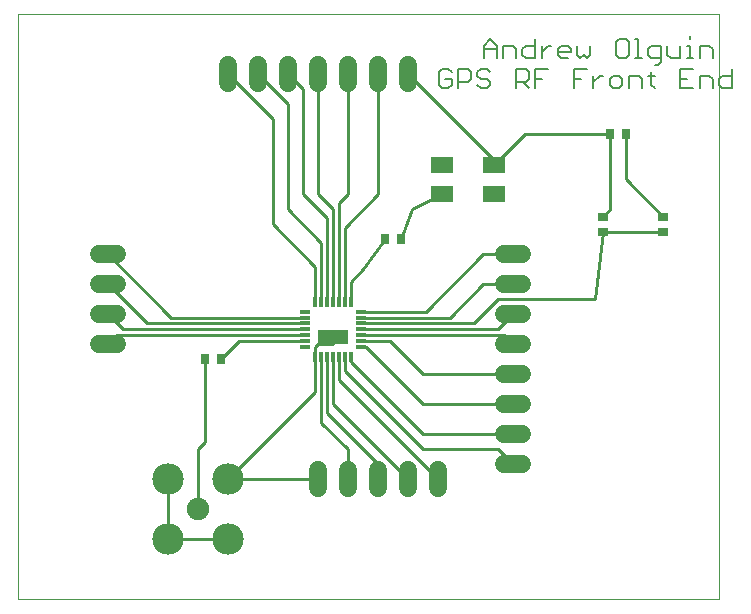
<source format=gtl>
G75*
%MOIN*%
%OFA0B0*%
%FSLAX25Y25*%
%IPPOS*%
%LPD*%
%AMOC8*
5,1,8,0,0,1.08239X$1,22.5*
%
%ADD10C,0.00000*%
%ADD11C,0.00600*%
%ADD12R,0.03543X0.02756*%
%ADD13R,0.02756X0.03543*%
%ADD14R,0.07480X0.05512*%
%ADD15C,0.06000*%
%ADD16R,0.03740X0.01181*%
%ADD17R,0.01181X0.03740*%
%ADD18R,0.10000X0.05000*%
%ADD19C,0.07500*%
%ADD20C,0.10500*%
%ADD21C,0.01000*%
D10*
X0001000Y0017069D02*
X0001000Y0212030D01*
X0234701Y0212030D01*
X0234701Y0017069D01*
X0001000Y0017069D01*
D11*
X0142368Y0187369D02*
X0144503Y0187369D01*
X0145570Y0188437D01*
X0145570Y0190572D01*
X0143435Y0190572D01*
X0141300Y0188437D02*
X0142368Y0187369D01*
X0141300Y0188437D02*
X0141300Y0192707D01*
X0142368Y0193775D01*
X0144503Y0193775D01*
X0145570Y0192707D01*
X0147745Y0193775D02*
X0150948Y0193775D01*
X0152016Y0192707D01*
X0152016Y0190572D01*
X0150948Y0189504D01*
X0147745Y0189504D01*
X0147745Y0187369D02*
X0147745Y0193775D01*
X0154191Y0192707D02*
X0154191Y0191640D01*
X0155259Y0190572D01*
X0157394Y0190572D01*
X0158461Y0189504D01*
X0158461Y0188437D01*
X0157394Y0187369D01*
X0155259Y0187369D01*
X0154191Y0188437D01*
X0154191Y0192707D02*
X0155259Y0193775D01*
X0157394Y0193775D01*
X0158461Y0192707D01*
X0160570Y0197369D02*
X0160570Y0201640D01*
X0158435Y0203775D01*
X0156300Y0201640D01*
X0156300Y0197369D01*
X0156300Y0200572D02*
X0160570Y0200572D01*
X0162745Y0201640D02*
X0165948Y0201640D01*
X0167016Y0200572D01*
X0167016Y0197369D01*
X0169191Y0198437D02*
X0169191Y0200572D01*
X0170259Y0201640D01*
X0173461Y0201640D01*
X0173461Y0203775D02*
X0173461Y0197369D01*
X0170259Y0197369D01*
X0169191Y0198437D01*
X0175636Y0199504D02*
X0177772Y0201640D01*
X0178839Y0201640D01*
X0181008Y0200572D02*
X0181008Y0198437D01*
X0182075Y0197369D01*
X0184210Y0197369D01*
X0185278Y0199504D02*
X0181008Y0199504D01*
X0181008Y0200572D02*
X0182075Y0201640D01*
X0184210Y0201640D01*
X0185278Y0200572D01*
X0185278Y0199504D01*
X0187453Y0198437D02*
X0187453Y0201640D01*
X0187453Y0198437D02*
X0188521Y0197369D01*
X0189588Y0198437D01*
X0190656Y0197369D01*
X0191724Y0198437D01*
X0191724Y0201640D01*
X0190689Y0193775D02*
X0186418Y0193775D01*
X0186418Y0187369D01*
X0186418Y0190572D02*
X0188554Y0190572D01*
X0192864Y0189504D02*
X0194999Y0191640D01*
X0196067Y0191640D01*
X0198235Y0190572D02*
X0198235Y0188437D01*
X0199303Y0187369D01*
X0201438Y0187369D01*
X0202506Y0188437D01*
X0202506Y0190572D01*
X0201438Y0191640D01*
X0199303Y0191640D01*
X0198235Y0190572D01*
X0204681Y0191640D02*
X0204681Y0187369D01*
X0208951Y0187369D02*
X0208951Y0190572D01*
X0207883Y0191640D01*
X0204681Y0191640D01*
X0203547Y0197369D02*
X0201412Y0197369D01*
X0200344Y0198437D01*
X0200344Y0202707D01*
X0201412Y0203775D01*
X0203547Y0203775D01*
X0204615Y0202707D01*
X0204615Y0198437D01*
X0203547Y0197369D01*
X0206790Y0197369D02*
X0208925Y0197369D01*
X0207857Y0197369D02*
X0207857Y0203775D01*
X0206790Y0203775D01*
X0211087Y0200572D02*
X0211087Y0198437D01*
X0212154Y0197369D01*
X0215357Y0197369D01*
X0215357Y0196302D02*
X0215357Y0201640D01*
X0212154Y0201640D01*
X0211087Y0200572D01*
X0215357Y0196302D02*
X0214289Y0195234D01*
X0213222Y0195234D01*
X0212194Y0192707D02*
X0212194Y0188437D01*
X0213261Y0187369D01*
X0213261Y0191640D02*
X0211126Y0191640D01*
X0217532Y0198437D02*
X0218600Y0197369D01*
X0221803Y0197369D01*
X0221803Y0201640D01*
X0223978Y0201640D02*
X0225045Y0201640D01*
X0225045Y0197369D01*
X0223978Y0197369D02*
X0226113Y0197369D01*
X0228275Y0197369D02*
X0228275Y0201640D01*
X0231477Y0201640D01*
X0232545Y0200572D01*
X0232545Y0197369D01*
X0239030Y0193775D02*
X0239030Y0187369D01*
X0235827Y0187369D01*
X0234760Y0188437D01*
X0234760Y0190572D01*
X0235827Y0191640D01*
X0239030Y0191640D01*
X0232585Y0190572D02*
X0232585Y0187369D01*
X0232585Y0190572D02*
X0231517Y0191640D01*
X0228314Y0191640D01*
X0228314Y0187369D01*
X0226139Y0187369D02*
X0221869Y0187369D01*
X0221869Y0193775D01*
X0226139Y0193775D01*
X0224004Y0190572D02*
X0221869Y0190572D01*
X0217532Y0198437D02*
X0217532Y0201640D01*
X0225045Y0203775D02*
X0225045Y0204842D01*
X0192864Y0191640D02*
X0192864Y0187369D01*
X0177798Y0193775D02*
X0173527Y0193775D01*
X0173527Y0187369D01*
X0171352Y0187369D02*
X0169217Y0189504D01*
X0170285Y0189504D02*
X0167082Y0189504D01*
X0167082Y0187369D02*
X0167082Y0193775D01*
X0170285Y0193775D01*
X0171352Y0192707D01*
X0171352Y0190572D01*
X0170285Y0189504D01*
X0173527Y0190572D02*
X0175663Y0190572D01*
X0175636Y0197369D02*
X0175636Y0201640D01*
X0162745Y0201640D02*
X0162745Y0197369D01*
D12*
X0196000Y0144628D03*
X0196000Y0139510D03*
X0216000Y0139510D03*
X0216000Y0144628D03*
D13*
X0203559Y0172069D03*
X0198441Y0172069D03*
X0128559Y0137069D03*
X0123441Y0137069D03*
X0068559Y0097069D03*
X0063441Y0097069D03*
D14*
X0142339Y0152345D03*
X0142339Y0161794D03*
X0159661Y0161794D03*
X0159661Y0152345D03*
D15*
X0163000Y0132069D02*
X0169000Y0132069D01*
X0169000Y0122069D02*
X0163000Y0122069D01*
X0163000Y0112069D02*
X0169000Y0112069D01*
X0169000Y0102069D02*
X0163000Y0102069D01*
X0163000Y0092069D02*
X0169000Y0092069D01*
X0169000Y0082069D02*
X0163000Y0082069D01*
X0163000Y0072069D02*
X0169000Y0072069D01*
X0169000Y0062069D02*
X0163000Y0062069D01*
X0141000Y0060069D02*
X0141000Y0054069D01*
X0131000Y0054069D02*
X0131000Y0060069D01*
X0121000Y0060069D02*
X0121000Y0054069D01*
X0111000Y0054069D02*
X0111000Y0060069D01*
X0101000Y0060069D02*
X0101000Y0054069D01*
X0034000Y0102069D02*
X0028000Y0102069D01*
X0028000Y0112069D02*
X0034000Y0112069D01*
X0034000Y0122069D02*
X0028000Y0122069D01*
X0028000Y0132069D02*
X0034000Y0132069D01*
X0071000Y0189069D02*
X0071000Y0195069D01*
X0081000Y0195069D02*
X0081000Y0189069D01*
X0091000Y0189069D02*
X0091000Y0195069D01*
X0101000Y0195069D02*
X0101000Y0189069D01*
X0111000Y0189069D02*
X0111000Y0195069D01*
X0121000Y0195069D02*
X0121000Y0189069D01*
X0131000Y0189069D02*
X0131000Y0195069D01*
D16*
X0115213Y0112975D03*
X0115213Y0111006D03*
X0115213Y0109038D03*
X0115213Y0107069D03*
X0115213Y0105101D03*
X0115213Y0103132D03*
X0115213Y0101164D03*
X0096787Y0101164D03*
X0096787Y0103132D03*
X0096787Y0105101D03*
X0096787Y0107069D03*
X0096787Y0109038D03*
X0096787Y0111006D03*
X0096787Y0112975D03*
D17*
X0100094Y0116282D03*
X0102063Y0116282D03*
X0104031Y0116282D03*
X0106000Y0116282D03*
X0107969Y0116282D03*
X0109937Y0116282D03*
X0111906Y0116282D03*
X0111906Y0097857D03*
X0109937Y0097857D03*
X0107969Y0097857D03*
X0106000Y0097857D03*
X0104031Y0097857D03*
X0102063Y0097857D03*
X0100094Y0097857D03*
D18*
X0106000Y0104569D03*
D19*
X0061000Y0047069D03*
D20*
X0050961Y0057108D03*
X0050961Y0037030D03*
X0071039Y0037030D03*
X0071039Y0057108D03*
D21*
X0071078Y0057069D01*
X0101000Y0057069D01*
X0111000Y0057069D02*
X0111000Y0067069D01*
X0102063Y0076006D01*
X0102063Y0097857D01*
X0104031Y0097857D02*
X0104031Y0079038D01*
X0121000Y0062069D01*
X0121000Y0057069D01*
X0131000Y0057069D02*
X0106000Y0082069D01*
X0106000Y0097069D01*
X0107969Y0097857D02*
X0107969Y0090101D01*
X0141000Y0057069D01*
X0136000Y0067069D02*
X0109937Y0093132D01*
X0109937Y0097857D01*
X0111906Y0097857D02*
X0111906Y0096164D01*
X0136000Y0072069D01*
X0166000Y0072069D01*
X0161000Y0067069D02*
X0136000Y0067069D01*
X0136000Y0082069D02*
X0116906Y0101164D01*
X0115213Y0101164D01*
X0115213Y0103132D02*
X0124937Y0103132D01*
X0136000Y0092069D01*
X0166000Y0092069D01*
X0166000Y0102069D02*
X0162969Y0105101D01*
X0115213Y0105101D01*
X0116000Y0107069D02*
X0161000Y0107069D01*
X0166000Y0112069D01*
X0161000Y0117069D02*
X0152969Y0109038D01*
X0115213Y0109038D01*
X0115213Y0111006D02*
X0144937Y0111006D01*
X0156000Y0122069D01*
X0166000Y0122069D01*
X0161000Y0117069D02*
X0193441Y0117069D01*
X0196000Y0139510D01*
X0216000Y0139510D01*
X0216000Y0144628D02*
X0203559Y0157069D01*
X0203559Y0172069D01*
X0198441Y0172069D02*
X0169937Y0172069D01*
X0159661Y0161794D01*
X0159661Y0163408D01*
X0131000Y0192069D01*
X0121000Y0192069D02*
X0121000Y0152069D01*
X0109937Y0141006D01*
X0109937Y0116282D01*
X0107969Y0116282D02*
X0107969Y0149038D01*
X0111000Y0152069D01*
X0111000Y0192069D01*
X0101000Y0192069D02*
X0101000Y0152069D01*
X0106000Y0147069D01*
X0106000Y0116282D01*
X0104031Y0116282D02*
X0104031Y0144038D01*
X0096000Y0152069D01*
X0096000Y0187069D01*
X0091000Y0192069D01*
X0081000Y0192069D02*
X0091000Y0182069D01*
X0091000Y0147069D01*
X0102063Y0136006D01*
X0102063Y0116282D01*
X0100094Y0116282D02*
X0100094Y0127975D01*
X0086000Y0142069D01*
X0086000Y0177069D01*
X0071000Y0192069D01*
X0132339Y0147069D02*
X0142339Y0152345D01*
X0132339Y0147069D02*
X0128559Y0137069D01*
X0123441Y0137069D02*
X0116000Y0127069D01*
X0111906Y0122975D01*
X0111906Y0116282D01*
X0115213Y0112975D02*
X0136906Y0112975D01*
X0156000Y0132069D01*
X0166000Y0132069D01*
X0196000Y0144628D02*
X0198441Y0147069D01*
X0198441Y0172069D01*
X0106000Y0104569D02*
X0106000Y0102069D01*
X0101000Y0102069D01*
X0100094Y0101164D01*
X0100094Y0097857D01*
X0100094Y0086164D01*
X0071039Y0057108D01*
X0061000Y0067069D02*
X0063441Y0069510D01*
X0063441Y0097069D01*
X0068559Y0097069D02*
X0074622Y0103132D01*
X0096787Y0103132D01*
X0096787Y0105101D02*
X0034031Y0105101D01*
X0031000Y0102069D01*
X0036000Y0107069D02*
X0096787Y0107069D01*
X0096787Y0109038D02*
X0044031Y0109038D01*
X0031000Y0122069D01*
X0031000Y0132069D02*
X0052063Y0111006D01*
X0096787Y0111006D01*
X0136000Y0082069D02*
X0166000Y0082069D01*
X0161000Y0067069D02*
X0166000Y0062069D01*
X0071039Y0037030D02*
X0050961Y0037030D01*
X0050961Y0057108D01*
X0061000Y0067069D02*
X0061000Y0047069D01*
X0036000Y0107069D02*
X0031000Y0112069D01*
M02*

</source>
